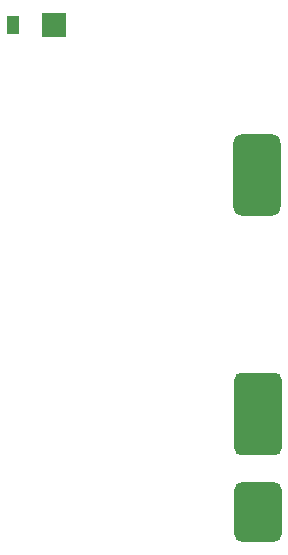
<source format=gbp>
%TF.GenerationSoftware,KiCad,Pcbnew,7.0.10-7.0.10~ubuntu22.04.1*%
%TF.CreationDate,2024-06-11T12:31:41+02:00*%
%TF.ProjectId,PQ_Lat_Board,50515f4c-6174-45f4-926f-6172642e6b69,rev?*%
%TF.SameCoordinates,Original*%
%TF.FileFunction,Paste,Bot*%
%TF.FilePolarity,Positive*%
%FSLAX46Y46*%
G04 Gerber Fmt 4.6, Leading zero omitted, Abs format (unit mm)*
G04 Created by KiCad (PCBNEW 7.0.10-7.0.10~ubuntu22.04.1) date 2024-06-11 12:31:41*
%MOMM*%
%LPD*%
G01*
G04 APERTURE LIST*
G04 Aperture macros list*
%AMRoundRect*
0 Rectangle with rounded corners*
0 $1 Rounding radius*
0 $2 $3 $4 $5 $6 $7 $8 $9 X,Y pos of 4 corners*
0 Add a 4 corners polygon primitive as box body*
4,1,4,$2,$3,$4,$5,$6,$7,$8,$9,$2,$3,0*
0 Add four circle primitives for the rounded corners*
1,1,$1+$1,$2,$3*
1,1,$1+$1,$4,$5*
1,1,$1+$1,$6,$7*
1,1,$1+$1,$8,$9*
0 Add four rect primitives between the rounded corners*
20,1,$1+$1,$2,$3,$4,$5,0*
20,1,$1+$1,$4,$5,$6,$7,0*
20,1,$1+$1,$6,$7,$8,$9,0*
20,1,$1+$1,$8,$9,$2,$3,0*%
G04 Aperture macros list end*
%ADD10RoundRect,0.571429X1.428571X-2.928571X1.428571X2.928571X-1.428571X2.928571X-1.428571X-2.928571X0*%
%ADD11RoundRect,0.800000X1.200000X-2.700000X1.200000X2.700000X-1.200000X2.700000X-1.200000X-2.700000X0*%
%ADD12RoundRect,0.571429X1.428571X-1.928571X1.428571X1.928571X-1.428571X1.928571X-1.428571X-1.928571X0*%
%ADD13R,1.000000X1.500000*%
%ADD14R,2.000000X2.000000*%
G04 APERTURE END LIST*
D10*
%TO.C,SC1*%
X116503600Y-78124000D03*
D11*
X116450000Y-57905600D03*
D12*
X116500800Y-86455200D03*
%TD*%
D13*
%TO.C,D1*%
X95771300Y-45221000D03*
D14*
X99256800Y-45221000D03*
%TD*%
M02*

</source>
